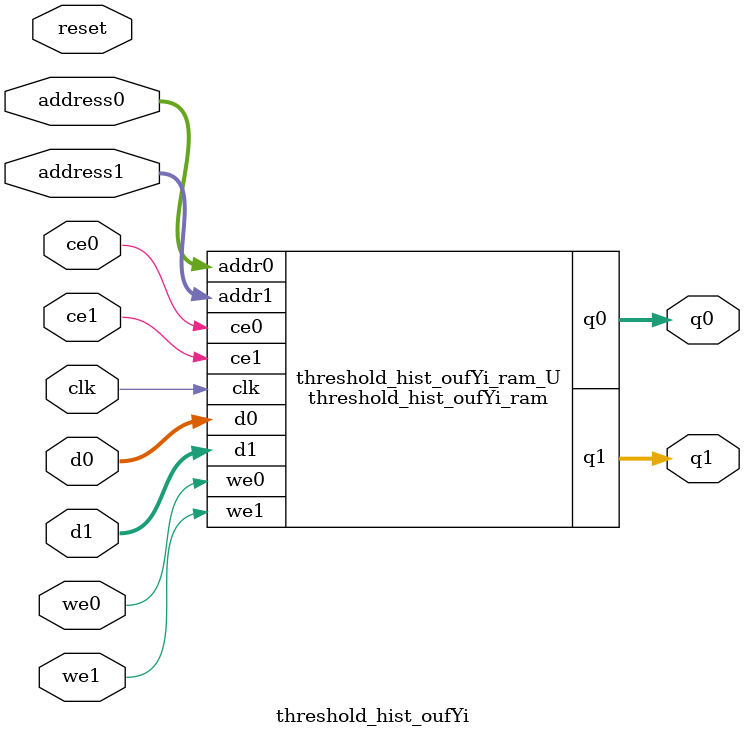
<source format=v>
`timescale 1 ns / 1 ps
module threshold_hist_oufYi_ram (addr0, ce0, d0, we0, q0, addr1, ce1, d1, we1, q1,  clk);

parameter DWIDTH = 21;
parameter AWIDTH = 8;
parameter MEM_SIZE = 256;

input[AWIDTH-1:0] addr0;
input ce0;
input[DWIDTH-1:0] d0;
input we0;
output reg[DWIDTH-1:0] q0;
input[AWIDTH-1:0] addr1;
input ce1;
input[DWIDTH-1:0] d1;
input we1;
output reg[DWIDTH-1:0] q1;
input clk;

(* ram_style = "block" *)reg [DWIDTH-1:0] ram[0:MEM_SIZE-1];




always @(posedge clk)  
begin 
    if (ce0) 
    begin
        if (we0) 
        begin 
            ram[addr0] <= d0; 
        end 
        q0 <= ram[addr0];
    end
end


always @(posedge clk)  
begin 
    if (ce1) 
    begin
        if (we1) 
        begin 
            ram[addr1] <= d1; 
        end 
        q1 <= ram[addr1];
    end
end


endmodule

`timescale 1 ns / 1 ps
module threshold_hist_oufYi(
    reset,
    clk,
    address0,
    ce0,
    we0,
    d0,
    q0,
    address1,
    ce1,
    we1,
    d1,
    q1);

parameter DataWidth = 32'd21;
parameter AddressRange = 32'd256;
parameter AddressWidth = 32'd8;
input reset;
input clk;
input[AddressWidth - 1:0] address0;
input ce0;
input we0;
input[DataWidth - 1:0] d0;
output[DataWidth - 1:0] q0;
input[AddressWidth - 1:0] address1;
input ce1;
input we1;
input[DataWidth - 1:0] d1;
output[DataWidth - 1:0] q1;



threshold_hist_oufYi_ram threshold_hist_oufYi_ram_U(
    .clk( clk ),
    .addr0( address0 ),
    .ce0( ce0 ),
    .we0( we0 ),
    .d0( d0 ),
    .q0( q0 ),
    .addr1( address1 ),
    .ce1( ce1 ),
    .we1( we1 ),
    .d1( d1 ),
    .q1( q1 ));

endmodule


</source>
